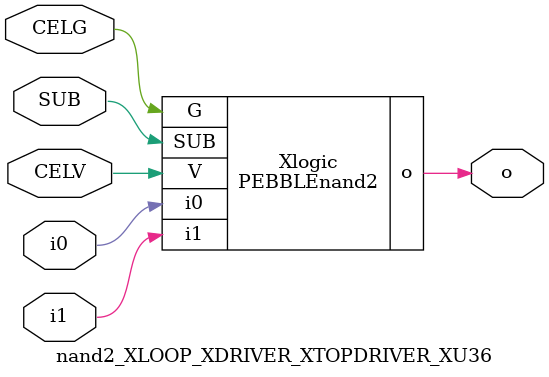
<source format=v>



module PEBBLEnand2 ( o, G, SUB, V, i0, i1 );

  input i0;
  input V;
  input i1;
  input G;
  output o;
  input SUB;
endmodule

//Celera Confidential Do Not Copy nand2_XLOOP_XDRIVER_XTOPDRIVER_XU36
//Celera Confidential Symbol Generator
//5V NAND2
module nand2_XLOOP_XDRIVER_XTOPDRIVER_XU36 (CELV,CELG,i0,i1,o,SUB);
input CELV;
input CELG;
input i0;
input i1;
input SUB;
output o;

//Celera Confidential Do Not Copy nand2
PEBBLEnand2 Xlogic(
.V (CELV),
.i0 (i0),
.i1 (i1),
.o (o),
.SUB (SUB),
.G (CELG)
);
//,diesize,PEBBLEnand2

//Celera Confidential Do Not Copy Module End
//Celera Schematic Generator
endmodule

</source>
